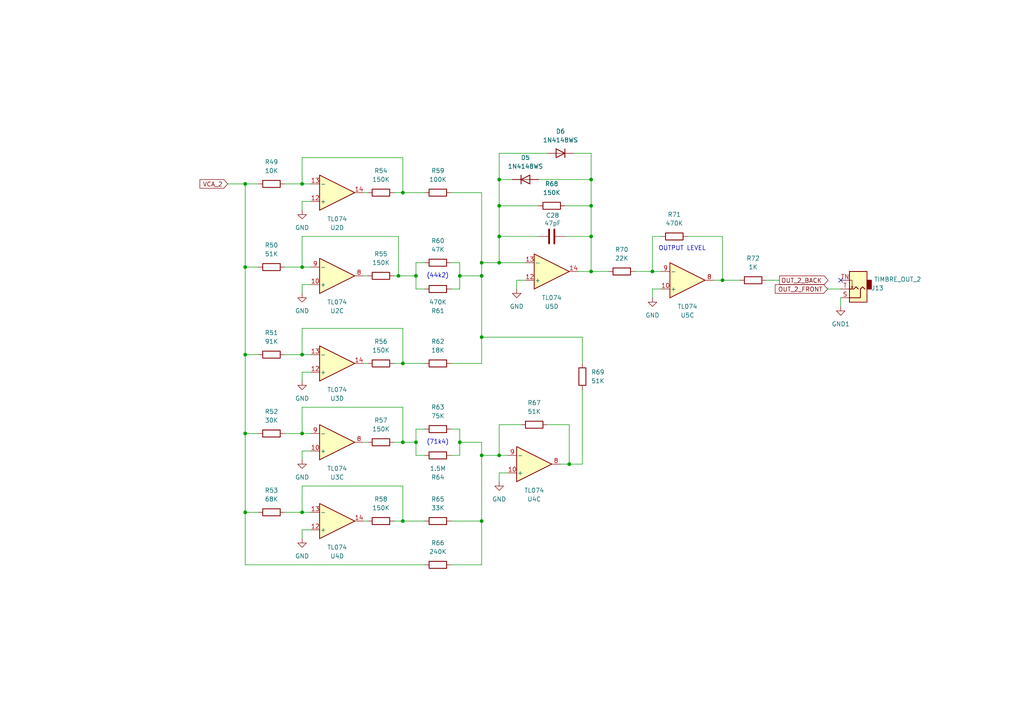
<source format=kicad_sch>
(kicad_sch (version 20250114) (generator "eeschema") (generator_version "9.0")
  (paper "A4")
  (title_block (title "Dual Timbre Wavefolder Section") (date "2025-06-08") (rev "1.1") (company "StudioKAT"))
  (lib_symbols
    (symbol "Amplifier_Operational:TL074" (pin_names (offset 0.127))
      (property "Reference" "U" (at 0 5.08 0))
      (property "Value" "TL074" (at 0 -5.08 0))
      (symbol "TL074_1_1"
        (polyline (pts (xy -5.08 5.08) (xy 5.08 0) (xy -5.08 -5.08) (xy -5.08 5.08)) (stroke (width 0.254)) (fill (type background)))
        (pin input line (at -7.62 2.54 0) (length 2.54) (name "+") (number "3"))
        (pin input line (at -7.62 -2.54 0) (length 2.54) (name "-") (number "2"))
        (pin output line (at 7.62 0 180) (length 2.54) (name "~") (number "1"))
      )
      (symbol "TL074_2_1"
        (polyline (pts (xy -5.08 5.08) (xy 5.08 0) (xy -5.08 -5.08) (xy -5.08 5.08)) (stroke (width 0.254)) (fill (type background)))
        (pin input line (at -7.62 2.54 0) (length 2.54) (name "+") (number "5"))
        (pin input line (at -7.62 -2.54 0) (length 2.54) (name "-") (number "6"))
        (pin output line (at 7.62 0 180) (length 2.54) (name "~") (number "7"))
      )
      (symbol "TL074_3_1"
        (polyline (pts (xy -5.08 5.08) (xy 5.08 0) (xy -5.08 -5.08) (xy -5.08 5.08)) (stroke (width 0.254)) (fill (type background)))
        (pin input line (at -7.62 2.54 0) (length 2.54) (name "+") (number "10"))
        (pin input line (at -7.62 -2.54 0) (length 2.54) (name "-") (number "9"))
        (pin output line (at 7.62 0 180) (length 2.54) (name "~") (number "8"))
      )
      (symbol "TL074_4_1"
        (polyline (pts (xy -5.08 5.08) (xy 5.08 0) (xy -5.08 -5.08) (xy -5.08 5.08)) (stroke (width 0.254)) (fill (type background)))
        (pin input line (at -7.62 2.54 0) (length 2.54) (name "+") (number "12"))
        (pin input line (at -7.62 -2.54 0) (length 2.54) (name "-") (number "13"))
        (pin output line (at 7.62 0 180) (length 2.54) (name "~") (number "14"))
      )
      (symbol "TL074_5_1"
        (pin power_in line (at -2.54 7.62 270) (length 3.81) (name "V+") (number "4"))
        (pin power_in line (at -2.54 -7.62 90) (length 3.81) (name "V-") (number "11"))
      )
    )
    (symbol "Connector_Audio:AudioJack2_SwitchT"
      (property "Reference" "J" (at 0 8.89 0))
      (property "Value" "AudioJack2_SwitchT" (at 0 6.35 0))
      (symbol "AudioJack2_SwitchT_0_1"
        (rectangle (start -2.54 0) (end -3.81 -2.54) (stroke (width 0.254)) (fill (type outline)))
        (polyline (pts (xy 0 0) (xy 0.635 -0.635) (xy 1.27 0) (xy 2.54 0)) (stroke (width 0.254)))
        (polyline (pts (xy 1.778 -0.254) (xy 2.032 -0.762)))
        (rectangle (start 2.54 3.81) (end -2.54 -5.08) (stroke (width 0.254)) (fill (type background)))
        (polyline (pts (xy 2.54 2.54) (xy -0.635 2.54) (xy -0.635 0) (xy -1.27 -0.635) (xy -1.905 0)) (stroke (width 0.254)))
        (polyline (pts (xy 2.54 -2.54) (xy 1.778 -2.54) (xy 1.778 -0.254) (xy 1.524 -0.762)))
      )
      (symbol "AudioJack2_SwitchT_1_1"
        (pin passive line (at 5.08 2.54 180) (length 2.54) (name "~") (number "S"))
        (pin passive line (at 5.08 0 180) (length 2.54) (name "~") (number "T"))
        (pin passive line (at 5.08 -2.54 180) (length 2.54) (name "~") (number "TN"))
      )
    )
    (symbol "Device:C" (pin_numbers (hide yes)) (pin_names (offset 0.254))
      (property "Reference" "C" (at 0.635 2.54 0))
      (property "Value" "C" (at 0.635 -2.54 0))
      (symbol "C_0_1"
        (polyline (pts (xy -2.032 0.762) (xy 2.032 0.762)) (stroke (width 0.508)))
        (polyline (pts (xy -2.032 -0.762) (xy 2.032 -0.762)) (stroke (width 0.508)))
      )
      (symbol "C_1_1"
        (pin passive line (at 0 3.81 270) (length 2.794) (name "~") (number "1"))
        (pin passive line (at 0 -3.81 90) (length 2.794) (name "~") (number "2"))
      )
    )
    (symbol "Device:R" (pin_numbers (hide yes)) (pin_names (offset 0))
      (property "Reference" "R" (at 2.032 0 90))
      (property "Value" "R" (at 0 0 90))
      (symbol "R_0_1"
        (rectangle (start -1.016 -2.54) (end 1.016 2.54) (stroke (width 0.254)))
      )
      (symbol "R_1_1"
        (pin passive line (at 0 3.81 270) (length 1.27) (name "~") (number "1"))
        (pin passive line (at 0 -3.81 90) (length 1.27) (name "~") (number "2"))
      )
    )
    (symbol "Diode:1N4148WS" (pin_numbers (hide yes)) (pin_names (hide yes))
      (property "Reference" "D" (at 0 2.54 0))
      (property "Value" "1N4148WS" (at 0 -2.54 0))
      (symbol "1N4148WS_0_1"
        (polyline (pts (xy -1.27 1.27) (xy -1.27 -1.27)) (stroke (width 0.254)))
        (polyline (pts (xy 1.27 1.27) (xy 1.27 -1.27) (xy -1.27 0) (xy 1.27 1.27)) (stroke (width 0.254)))
        (polyline (pts (xy 1.27 0) (xy -1.27 0)))
      )
      (symbol "1N4148WS_1_1"
        (pin passive line (at -3.81 0 0) (length 2.54) (name "K") (number "1"))
        (pin passive line (at 3.81 0 180) (length 2.54) (name "A") (number "2"))
      )
    )
    (symbol "power:GND" (power) (pin_numbers (hide yes)) (pin_names (offset 0) (hide yes))
      (property "Value" "GND" (at 0 -3.81 0))
      (symbol "GND_0_1"
        (polyline (pts (xy 0 0) (xy 0 -1.27) (xy 1.27 -1.27) (xy 0 -2.54) (xy -1.27 -1.27) (xy 0 -1.27)))
      )
      (symbol "GND_1_1"
        (pin power_in line (at 0 0 270) (length 0) (name "~") (number "1"))
      )
    )
    (symbol "power:GND1" (power) (pin_numbers (hide yes)) (pin_names (offset 0) (hide yes))
      (property "Value" "GND1" (at 0 -3.81 0))
      (symbol "GND1_0_1"
        (polyline (pts (xy 0 0) (xy 0 -1.27) (xy 1.27 -1.27) (xy 0 -2.54) (xy -1.27 -1.27) (xy 0 -1.27)))
      )
      (symbol "GND1_1_1"
        (pin power_in line (at 0 0 270) (length 0) (name "~") (number "1"))
      )
    )
  )
  (text "OUTPUT LEVEL" (at 197.866 72.136 0) (effects (font (size 1.27 1.27))))
  (text "(44k2)" (at 123.698 80.772 0) (effects (font (size 1.27 1.27)) (justify left bottom)))
  (text "(71k4)" (at 123.698 129.032 0) (effects (font (size 1.27 1.27)) (justify left bottom)))
  (junction (at 71.12 77.47))
  (junction (at 144.78 59.69))
  (junction (at 87.63 125.73))
  (junction (at 120.65 128.27))
  (junction (at 87.63 102.87))
  (junction (at 144.78 132.08))
  (junction (at 115.57 80.01))
  (junction (at 139.7 132.08))
  (junction (at 71.12 148.59))
  (junction (at 144.78 68.58))
  (junction (at 71.12 102.87))
  (junction (at 144.78 52.07))
  (junction (at 139.7 97.79))
  (junction (at 171.45 78.74))
  (junction (at 139.7 151.13))
  (junction (at 139.7 76.2))
  (junction (at 144.78 76.2))
  (junction (at 139.7 80.01))
  (junction (at 87.63 53.34))
  (junction (at 116.84 105.41))
  (junction (at 133.35 128.27))
  (junction (at 116.84 55.88))
  (junction (at 171.45 68.58))
  (junction (at 71.12 53.34))
  (junction (at 209.55 81.28))
  (junction (at 120.65 80.01))
  (junction (at 87.63 77.47))
  (junction (at 116.84 128.27))
  (junction (at 189.23 78.74))
  (junction (at 133.35 80.01))
  (junction (at 116.84 151.13))
  (junction (at 171.45 52.07))
  (junction (at 165.1 134.62))
  (junction (at 171.45 59.69))
  (junction (at 87.63 148.59))
  (junction (at 71.12 125.73))
  (no_connect (at 243.84 81.28))
  (wire (pts (xy 106.68 55.88) (xy 105.41 55.88)))
  (wire (pts (xy 156.21 59.69) (xy 144.78 59.69)))
  (wire (pts (xy 74.93 53.34) (xy 71.12 53.34)))
  (wire (pts (xy 87.63 102.87) (xy 87.63 95.25)))
  (wire (pts (xy 90.17 107.95) (xy 87.63 107.95)))
  (wire (pts (xy 209.55 81.28) (xy 214.63 81.28)))
  (wire (pts (xy 120.65 124.46) (xy 123.19 124.46)))
  (wire (pts (xy 82.55 148.59) (xy 87.63 148.59)))
  (wire (pts (xy 144.78 132.08) (xy 144.78 123.19)))
  (wire (pts (xy 74.93 77.47) (xy 71.12 77.47)))
  (wire (pts (xy 74.93 125.73) (xy 71.12 125.73)))
  (wire (pts (xy 171.45 78.74) (xy 176.53 78.74)))
  (wire (pts (xy 90.17 77.47) (xy 87.63 77.47)))
  (wire (pts (xy 158.75 123.19) (xy 165.1 123.19)))
  (wire (pts (xy 71.12 53.34) (xy 71.12 77.47)))
  (wire (pts (xy 163.83 59.69) (xy 171.45 59.69)))
  (wire (pts (xy 199.39 68.58) (xy 209.55 68.58)))
  (wire (pts (xy 133.35 132.08) (xy 130.81 132.08)))
  (wire (pts (xy 139.7 76.2) (xy 144.78 76.2)))
  (wire (pts (xy 156.21 52.07) (xy 171.45 52.07)))
  (wire (pts (xy 240.03 83.82) (xy 243.84 83.82)))
  (wire (pts (xy 74.93 102.87) (xy 71.12 102.87)))
  (wire (pts (xy 165.1 123.19) (xy 165.1 134.62)))
  (wire (pts (xy 87.63 58.42) (xy 87.63 60.96)))
  (wire (pts (xy 120.65 124.46) (xy 120.65 128.27)))
  (wire (pts (xy 114.3 80.01) (xy 115.57 80.01)))
  (wire (pts (xy 120.65 132.08) (xy 120.65 128.27)))
  (wire (pts (xy 114.3 128.27) (xy 116.84 128.27)))
  (wire (pts (xy 144.78 52.07) (xy 144.78 59.69)))
  (wire (pts (xy 87.63 95.25) (xy 116.84 95.25)))
  (wire (pts (xy 71.12 148.59) (xy 71.12 163.83)))
  (wire (pts (xy 116.84 128.27) (xy 116.84 118.11)))
  (wire (pts (xy 120.65 76.2) (xy 120.65 80.01)))
  (wire (pts (xy 114.3 151.13) (xy 116.84 151.13)))
  (wire (pts (xy 114.3 55.88) (xy 116.84 55.88)))
  (wire (pts (xy 133.35 128.27) (xy 139.7 128.27)))
  (wire (pts (xy 87.63 148.59) (xy 87.63 140.97)))
  (wire (pts (xy 158.75 44.45) (xy 144.78 44.45)))
  (wire (pts (xy 133.35 80.01) (xy 139.7 80.01)))
  (wire (pts (xy 144.78 68.58) (xy 144.78 76.2)))
  (wire (pts (xy 139.7 151.13) (xy 139.7 163.83)))
  (wire (pts (xy 105.41 128.27) (xy 106.68 128.27)))
  (wire (pts (xy 166.37 44.45) (xy 171.45 44.45)))
  (wire (pts (xy 106.68 80.01) (xy 105.41 80.01)))
  (wire (pts (xy 191.77 83.82) (xy 189.23 83.82)))
  (wire (pts (xy 120.65 132.08) (xy 123.19 132.08)))
  (wire (pts (xy 106.68 151.13) (xy 105.41 151.13)))
  (wire (pts (xy 106.68 105.41) (xy 105.41 105.41)))
  (wire (pts (xy 209.55 68.58) (xy 209.55 81.28)))
  (wire (pts (xy 87.63 125.73) (xy 87.63 118.11)))
  (wire (pts (xy 171.45 59.69) (xy 171.45 68.58)))
  (wire (pts (xy 71.12 125.73) (xy 71.12 148.59)))
  (wire (pts (xy 133.35 124.46) (xy 133.35 128.27)))
  (wire (pts (xy 133.35 76.2) (xy 130.81 76.2)))
  (wire (pts (xy 144.78 123.19) (xy 151.13 123.19)))
  (wire (pts (xy 189.23 83.82) (xy 189.23 86.36)))
  (wire (pts (xy 171.45 78.74) (xy 167.64 78.74)))
  (wire (pts (xy 82.55 77.47) (xy 87.63 77.47)))
  (wire (pts (xy 144.78 76.2) (xy 152.4 76.2)))
  (wire (pts (xy 87.63 82.55) (xy 87.63 85.09)))
  (wire (pts (xy 116.84 128.27) (xy 120.65 128.27)))
  (wire (pts (xy 87.63 68.58) (xy 115.57 68.58)))
  (wire (pts (xy 139.7 128.27) (xy 139.7 132.08)))
  (wire (pts (xy 115.57 68.58) (xy 115.57 80.01)))
  (wire (pts (xy 116.84 105.41) (xy 116.84 95.25)))
  (wire (pts (xy 90.17 102.87) (xy 87.63 102.87)))
  (wire (pts (xy 130.81 105.41) (xy 139.7 105.41)))
  (wire (pts (xy 163.83 68.58) (xy 171.45 68.58)))
  (wire (pts (xy 114.3 105.41) (xy 116.84 105.41)))
  (wire (pts (xy 222.25 81.28) (xy 226.06 81.28)))
  (wire (pts (xy 87.63 140.97) (xy 116.84 140.97)))
  (wire (pts (xy 116.84 55.88) (xy 123.19 55.88)))
  (wire (pts (xy 115.57 80.01) (xy 120.65 80.01)))
  (wire (pts (xy 90.17 58.42) (xy 87.63 58.42)))
  (wire (pts (xy 87.63 68.58) (xy 87.63 77.47)))
  (wire (pts (xy 243.84 88.9) (xy 243.84 86.36)))
  (wire (pts (xy 87.63 45.72) (xy 116.84 45.72)))
  (wire (pts (xy 82.55 102.87) (xy 87.63 102.87)))
  (wire (pts (xy 87.63 153.67) (xy 87.63 156.21)))
  (wire (pts (xy 171.45 68.58) (xy 171.45 78.74)))
  (wire (pts (xy 144.78 44.45) (xy 144.78 52.07)))
  (wire (pts (xy 207.01 81.28) (xy 209.55 81.28)))
  (wire (pts (xy 133.35 132.08) (xy 133.35 128.27)))
  (wire (pts (xy 71.12 148.59) (xy 74.93 148.59)))
  (wire (pts (xy 168.91 134.62) (xy 165.1 134.62)))
  (wire (pts (xy 148.59 52.07) (xy 144.78 52.07)))
  (wire (pts (xy 130.81 151.13) (xy 139.7 151.13)))
  (wire (pts (xy 152.4 81.28) (xy 149.86 81.28)))
  (wire (pts (xy 116.84 151.13) (xy 123.19 151.13)))
  (wire (pts (xy 189.23 68.58) (xy 189.23 78.74)))
  (wire (pts (xy 149.86 81.28) (xy 149.86 83.82)))
  (wire (pts (xy 87.63 53.34) (xy 87.63 45.72)))
  (wire (pts (xy 87.63 107.95) (xy 87.63 110.49)))
  (wire (pts (xy 120.65 76.2) (xy 123.19 76.2)))
  (wire (pts (xy 87.63 125.73) (xy 90.17 125.73)))
  (wire (pts (xy 168.91 113.03) (xy 168.91 134.62)))
  (wire (pts (xy 133.35 76.2) (xy 133.35 80.01)))
  (wire (pts (xy 139.7 105.41) (xy 139.7 97.79)))
  (wire (pts (xy 90.17 82.55) (xy 87.63 82.55)))
  (wire (pts (xy 116.84 105.41) (xy 123.19 105.41)))
  (wire (pts (xy 139.7 163.83) (xy 130.81 163.83)))
  (wire (pts (xy 139.7 80.01) (xy 139.7 97.79)))
  (wire (pts (xy 144.78 132.08) (xy 139.7 132.08)))
  (wire (pts (xy 144.78 137.16) (xy 147.32 137.16)))
  (wire (pts (xy 116.84 55.88) (xy 116.84 45.72)))
  (wire (pts (xy 120.65 83.82) (xy 120.65 80.01)))
  (wire (pts (xy 123.19 163.83) (xy 71.12 163.83)))
  (wire (pts (xy 191.77 68.58) (xy 189.23 68.58)))
  (wire (pts (xy 189.23 78.74) (xy 191.77 78.74)))
  (wire (pts (xy 87.63 118.11) (xy 116.84 118.11)))
  (wire (pts (xy 165.1 134.62) (xy 162.56 134.62)))
  (wire (pts (xy 90.17 53.34) (xy 87.63 53.34)))
  (wire (pts (xy 144.78 137.16) (xy 144.78 139.7)))
  (wire (pts (xy 139.7 132.08) (xy 139.7 151.13)))
  (wire (pts (xy 90.17 130.81) (xy 87.63 130.81)))
  (wire (pts (xy 90.17 153.67) (xy 87.63 153.67)))
  (wire (pts (xy 144.78 59.69) (xy 144.78 68.58)))
  (wire (pts (xy 168.91 105.41) (xy 168.91 97.79)))
  (wire (pts (xy 171.45 44.45) (xy 171.45 52.07)))
  (wire (pts (xy 168.91 97.79) (xy 139.7 97.79)))
  (wire (pts (xy 133.35 83.82) (xy 133.35 80.01)))
  (wire (pts (xy 171.45 52.07) (xy 171.45 59.69)))
  (wire (pts (xy 82.55 53.34) (xy 87.63 53.34)))
  (wire (pts (xy 184.15 78.74) (xy 189.23 78.74)))
  (wire (pts (xy 66.04 53.34) (xy 71.12 53.34)))
  (wire (pts (xy 87.63 130.81) (xy 87.63 133.35)))
  (wire (pts (xy 71.12 102.87) (xy 71.12 125.73)))
  (wire (pts (xy 87.63 148.59) (xy 90.17 148.59)))
  (wire (pts (xy 116.84 151.13) (xy 116.84 140.97)))
  (wire (pts (xy 139.7 80.01) (xy 139.7 76.2)))
  (wire (pts (xy 71.12 77.47) (xy 71.12 102.87)))
  (wire (pts (xy 130.81 124.46) (xy 133.35 124.46)))
  (wire (pts (xy 130.81 83.82) (xy 133.35 83.82)))
  (wire (pts (xy 120.65 83.82) (xy 123.19 83.82)))
  (wire (pts (xy 139.7 55.88) (xy 139.7 76.2)))
  (wire (pts (xy 82.55 125.73) (xy 87.63 125.73)))
  (wire (pts (xy 130.81 55.88) (xy 139.7 55.88)))
  (wire (pts (xy 147.32 132.08) (xy 144.78 132.08)))
  (wire (pts (xy 156.21 68.58) (xy 144.78 68.58)))
  (global_label "OUT_2_FRONT" (shape input) (at 240.03 83.82 180) (property "Intersheetrefs" "${INTERSHEET_REFS}" (effects (hide yes))))
  (global_label "OUT_2_BACK" (shape output) (at 226.06 81.28 0) (property "Intersheetrefs" "${INTERSHEET_REFS}" (effects (hide yes))))
  (global_label "VCA_2" (shape input) (at 66.04 53.34 180) (property "Intersheetrefs" "${INTERSHEET_REFS}" (effects (hide yes))))
  (symbol (lib_id "Device:R") (at 127 132.08 90) (mirror x) (unit 1)
    (property "Reference" "R64" (at 127 138.43 90))
    (property "Value" "1.5M" (at 127 135.89 90))
    (property "Footprint" "Resistor_SMD:R_0603_1608Metric" (effects (hide yes)))
    (property "Description" "Resistor" (effects (hide yes)))
    (property "LCSC" "C4172" (effects (hide yes)))
  )
  (symbol (lib_id "Device:R") (at 127 105.41 90) (unit 1)
    (property "Reference" "R62" (at 127 99.06 90))
    (property "Value" "18K" (at 127 101.6 90))
    (property "Footprint" "Resistor_SMD:R_0402_1005Metric" (effects (hide yes)))
    (property "Description" "Resistor" (effects (hide yes)))
    (property "LCSC" "C25762" (effects (hide yes)))
  )
  (symbol (lib_id "Device:R") (at 168.91 109.22 180) (unit 1)
    (property "Reference" "R69" (at 171.45 107.9499 0) (effects (justify right)))
    (property "Value" "51K" (at 171.45 110.4899 0) (effects (justify right)))
    (property "Footprint" "Resistor_SMD:R_0402_1005Metric" (effects (hide yes)))
    (property "Description" "Resistor" (effects (hide yes)))
    (property "LCSC" "C25794" (effects (hide yes)))
  )
  (symbol (lib_id "power:GND") (at 189.23 86.36 0) (unit 1)
    (property "Reference" "#PWR058" (effects (hide yes)))
    (property "Value" "GND" (at 189.23 91.44 0))
  )
  (symbol (lib_id "Device:R") (at 110.49 128.27 90) (unit 1)
    (property "Reference" "R57" (at 110.49 121.92 90))
    (property "Value" "150K" (at 110.49 124.46 90))
    (property "Footprint" "Resistor_SMD:R_0402_1005Metric" (effects (hide yes)))
    (property "Description" "Resistor" (effects (hide yes)))
    (property "LCSC" "C25755" (effects (hide yes)))
  )
  (symbol (lib_id "power:GND") (at 87.63 110.49 0) (unit 1)
    (property "Reference" "#PWR053" (effects (hide yes)))
    (property "Value" "GND" (at 87.63 115.57 0))
    (property "Description" "Power symbol creates a global label with name \"GND\" , ground" (effects (hide yes)))
  )
  (symbol (lib_id "power:GND") (at 87.63 156.21 0) (unit 1)
    (property "Reference" "#PWR055" (effects (hide yes)))
    (property "Value" "GND" (at 87.63 161.29 0))
    (property "Description" "Power symbol creates a global label with name \"GND\" , ground" (effects (hide yes)))
  )
  (symbol (lib_id "power:GND1") (at 243.84 88.9 0) (unit 1)
    (property "Reference" "#PWR059" (effects (hide yes)))
    (property "Value" "GND1" (at 243.84 93.98 0))
    (property "Description" "Power symbol creates a global label with name \"GND1\" , ground" (effects (hide yes)))
  )
  (symbol (lib_id "Device:R") (at 78.74 53.34 90) (unit 1)
    (property "Reference" "R49" (at 78.74 46.99 90))
    (property "Value" "10K" (at 78.74 49.53 90))
    (property "Footprint" "Resistor_SMD:R_0402_1005Metric" (effects (hide yes)))
    (property "Description" "Resistor" (effects (hide yes)))
    (property "LCSC" "C25744" (effects (hide yes)))
  )
  (symbol (lib_id "Device:R") (at 154.94 123.19 90) (unit 1)
    (property "Reference" "R67" (at 154.94 116.84 90))
    (property "Value" "51K" (at 154.94 119.38 90))
    (property "Footprint" "Resistor_SMD:R_0402_1005Metric" (effects (hide yes)))
    (property "Description" "Resistor" (effects (hide yes)))
    (property "LCSC" "C25794" (effects (hide yes)))
  )
  (symbol (lib_id "Amplifier_Operational:TL074") (at 97.79 55.88 0) (mirror x) (unit 4)
    (property "Reference" "U2" (at 97.79 66.04 0))
    (property "Value" "TL074" (at 97.79 63.5 0))
    (property "Footprint" "Package_SO:SOIC-14_3.9x8.7mm_P1.27mm" (effects (hide yes)))
    (property "Datasheet" "http://www.ti.com/lit/ds/symlink/tl071.pdf" (effects (hide yes)))
    (property "Description" "Quad Low-Noise JFET-Input Operational Amplifiers, DIP-14/SOIC-14" (effects (hide yes)))
    (property "LCSC" "C6963" (effects (hide yes)))
  )
  (symbol (lib_id "Amplifier_Operational:TL074") (at 97.79 105.41 0) (mirror x) (unit 4)
    (property "Reference" "U3" (at 97.79 115.57 0))
    (property "Value" "TL074" (at 97.79 113.03 0))
    (property "Footprint" "Package_SO:SOIC-14_3.9x8.7mm_P1.27mm" (effects (hide yes)))
    (property "Datasheet" "http://www.ti.com/lit/ds/symlink/tl071.pdf" (effects (hide yes)))
    (property "Description" "Quad Low-Noise JFET-Input Operational Amplifiers, DIP-14/SOIC-14" (effects (hide yes)))
    (property "LCSC" "C6963" (effects (hide yes)))
  )
  (symbol (lib_id "Amplifier_Operational:TL074") (at 97.79 80.01 0) (mirror x) (unit 3)
    (property "Reference" "U2" (at 97.79 90.17 0))
    (property "Value" "TL074" (at 97.79 87.63 0))
    (property "Footprint" "Package_SO:SOIC-14_3.9x8.7mm_P1.27mm" (effects (hide yes)))
    (property "Datasheet" "http://www.ti.com/lit/ds/symlink/tl071.pdf" (effects (hide yes)))
    (property "Description" "Quad Low-Noise JFET-Input Operational Amplifiers, DIP-14/SOIC-14" (effects (hide yes)))
    (property "LCSC" "C6963" (effects (hide yes)))
  )
  (symbol (lib_id "Device:R") (at 160.02 59.69 90) (unit 1)
    (property "Reference" "R68" (at 160.02 53.34 90))
    (property "Value" "150K" (at 160.02 55.88 90))
    (property "Footprint" "Resistor_SMD:R_0402_1005Metric" (effects (hide yes)))
    (property "Description" "Resistor" (effects (hide yes)))
    (property "LCSC" "C25755" (effects (hide yes)))
  )
  (symbol (lib_id "Device:R") (at 127 76.2 90) (unit 1)
    (property "Reference" "R60" (at 127 69.85 90))
    (property "Value" "47K" (at 127 72.39 90))
    (property "Footprint" "Resistor_SMD:R_0402_1005Metric" (effects (hide yes)))
    (property "Description" "Resistor" (effects (hide yes)))
    (property "LCSC" "C25792" (effects (hide yes)))
  )
  (symbol (lib_id "Device:R") (at 110.49 105.41 90) (unit 1)
    (property "Reference" "R56" (at 110.49 99.06 90))
    (property "Value" "150K" (at 110.49 101.6 90))
    (property "Footprint" "Resistor_SMD:R_0402_1005Metric" (effects (hide yes)))
    (property "Description" "Resistor" (effects (hide yes)))
    (property "LCSC" "C25755" (effects (hide yes)))
  )
  (symbol (lib_id "power:GND") (at 149.86 83.82 0) (unit 1)
    (property "Reference" "#PWR057" (effects (hide yes)))
    (property "Value" "GND" (at 149.86 88.9 0))
    (property "Description" "Power symbol creates a global label with name \"GND\" , ground" (effects (hide yes)))
  )
  (symbol (lib_id "Amplifier_Operational:TL074") (at 97.79 128.27 0) (mirror x) (unit 3)
    (property "Reference" "U3" (at 97.79 138.43 0))
    (property "Value" "TL074" (at 97.79 135.89 0))
    (property "Footprint" "Package_SO:SOIC-14_3.9x8.7mm_P1.27mm" (effects (hide yes)))
    (property "Datasheet" "http://www.ti.com/lit/ds/symlink/tl071.pdf" (effects (hide yes)))
    (property "Description" "Quad Low-Noise JFET-Input Operational Amplifiers, DIP-14/SOIC-14" (effects (hide yes)))
    (property "LCSC" "C6963" (effects (hide yes)))
  )
  (symbol (lib_id "Device:R") (at 127 151.13 90) (unit 1)
    (property "Reference" "R65" (at 127 144.78 90))
    (property "Value" "33K" (at 127 147.32 90))
    (property "Footprint" "Resistor_SMD:R_0402_1005Metric" (effects (hide yes)))
    (property "Description" "Resistor" (effects (hide yes)))
    (property "LCSC" "C25779" (effects (hide yes)))
  )
  (symbol (lib_id "power:GND") (at 87.63 60.96 0) (unit 1)
    (property "Reference" "#PWR051" (effects (hide yes)))
    (property "Value" "GND" (at 87.63 66.04 0))
    (property "Description" "Power symbol creates a global label with name \"GND\" , ground" (effects (hide yes)))
  )
  (symbol (lib_id "Amplifier_Operational:TL074") (at 97.79 151.13 0) (mirror x) (unit 4)
    (property "Reference" "U4" (at 97.79 161.29 0))
    (property "Value" "TL074" (at 97.79 158.75 0))
    (property "Footprint" "Package_SO:SOIC-14_3.9x8.7mm_P1.27mm" (effects (hide yes)))
    (property "Datasheet" "http://www.ti.com/lit/ds/symlink/tl071.pdf" (effects (hide yes)))
    (property "Description" "Quad Low-Noise JFET-Input Operational Amplifiers, DIP-14/SOIC-14" (effects (hide yes)))
    (property "LCSC" "C6963" (effects (hide yes)))
  )
  (symbol (lib_id "Device:R") (at 78.74 125.73 90) (unit 1)
    (property "Reference" "R52" (at 78.74 119.38 90))
    (property "Value" "30K" (at 78.74 121.92 90))
    (property "Footprint" "Resistor_SMD:R_0603_1608Metric" (effects (hide yes)))
    (property "Description" "Resistor" (effects (hide yes)))
    (property "LCSC" "C22984" (effects (hide yes)))
  )
  (symbol (lib_id "Device:R") (at 127 124.46 90) (unit 1)
    (property "Reference" "R63" (at 127 118.11 90))
    (property "Value" "75K" (at 127 120.65 90))
    (property "Footprint" "Resistor_SMD:R_0402_1005Metric" (effects (hide yes)))
    (property "Description" "Resistor" (effects (hide yes)))
    (property "LCSC" "C25798" (effects (hide yes)))
  )
  (symbol (lib_id "Diode:1N4148WS") (at 162.56 44.45 0) (mirror y) (unit 1)
    (property "Reference" "D6" (at 162.56 38.1 0))
    (property "Value" "1N4148WS" (at 162.56 40.64 0))
    (property "Footprint" "Diode_SMD:D_SOD-323" (effects (hide yes)))
    (property "Datasheet" "https://www.vishay.com/docs/85751/1n4148ws.pdf" (effects (hide yes)))
    (property "Description" "75V 0.15A Fast switching Diode, SOD-323" (effects (hide yes)))
    (property "Sim.Device" "D" (effects (hide yes)))
    (property "Sim.Pins" "1=K 2=A" (effects (hide yes)))
    (property "LCSC" "C2128" (effects (hide yes)))
  )
  (symbol (lib_id "Connector_Audio:AudioJack2_SwitchT") (at 248.92 83.82 180) (unit 1)
    (property "Reference" "J13" (at 254.508 83.566 0))
    (property "Value" "TIMBRE_OUT_2" (at 260.35 81.026 0))
    (property "Footprint" "kat_eurorack:AudioJack_PJ301M-12" (effects (hide yes)))
    (property "Description" "Audio Jack, 2 Poles (Mono / TS), Switched T Pole (Normalling)" (effects (hide yes)))
  )
  (symbol (lib_id "Device:R") (at 195.58 68.58 90) (unit 1)
    (property "Reference" "R71" (at 195.58 62.23 90))
    (property "Value" "470K" (at 195.58 64.77 90))
    (property "Footprint" "Resistor_SMD:R_0603_1608Metric_Pad0.98x0.95mm_HandSolder" (effects (hide yes)))
    (property "Description" "Resistor" (effects (hide yes)))
    (property "LCSC" "C23178" (effects (hide yes)))
  )
  (symbol (lib_id "Device:R") (at 78.74 102.87 90) (unit 1)
    (property "Reference" "R51" (at 78.74 96.52 90))
    (property "Value" "91K" (at 78.74 99.06 90))
    (property "Footprint" "Resistor_SMD:R_0603_1608Metric" (effects (hide yes)))
    (property "Description" "Resistor" (effects (hide yes)))
    (property "LCSC" "C23265" (effects (hide yes)))
  )
  (symbol (lib_id "Device:R") (at 127 55.88 90) (unit 1)
    (property "Reference" "R59" (at 127 49.53 90))
    (property "Value" "100K" (at 127 52.07 90))
    (property "Footprint" "Resistor_SMD:R_0402_1005Metric" (effects (hide yes)))
    (property "Description" "Resistor" (effects (hide yes)))
    (property "LCSC" "C25741" (effects (hide yes)))
  )
  (symbol (lib_id "Amplifier_Operational:TL074") (at 154.94 134.62 0) (mirror x) (unit 3)
    (property "Reference" "U4" (at 154.94 144.78 0))
    (property "Value" "TL074" (at 154.94 142.24 0))
    (property "Footprint" "Package_SO:SOIC-14_3.9x8.7mm_P1.27mm" (effects (hide yes)))
    (property "Datasheet" "http://www.ti.com/lit/ds/symlink/tl071.pdf" (effects (hide yes)))
    (property "Description" "Quad Low-Noise JFET-Input Operational Amplifiers, DIP-14/SOIC-14" (effects (hide yes)))
    (property "LCSC" "C6963" (effects (hide yes)))
  )
  (symbol (lib_id "Device:R") (at 110.49 55.88 90) (unit 1)
    (property "Reference" "R54" (at 110.49 49.53 90))
    (property "Value" "150K" (at 110.49 52.07 90))
    (property "Footprint" "Resistor_SMD:R_0402_1005Metric" (effects (hide yes)))
    (property "Description" "Resistor" (effects (hide yes)))
    (property "LCSC" "C25755" (effects (hide yes)))
  )
  (symbol (lib_id "Diode:1N4148WS") (at 152.4 52.07 0) (unit 1)
    (property "Reference" "D5" (at 152.4 45.72 0))
    (property "Value" "1N4148WS" (at 152.4 48.26 0))
    (property "Footprint" "Diode_SMD:D_SOD-323" (effects (hide yes)))
    (property "Datasheet" "https://www.vishay.com/docs/85751/1n4148ws.pdf" (effects (hide yes)))
    (property "Description" "75V 0.15A Fast switching Diode, SOD-323" (effects (hide yes)))
    (property "Sim.Device" "D" (effects (hide yes)))
    (property "Sim.Pins" "1=K 2=A" (effects (hide yes)))
    (property "LCSC" "C2128" (effects (hide yes)))
  )
  (symbol (lib_id "Device:R") (at 127 83.82 90) (mirror x) (unit 1)
    (property "Reference" "R61" (at 127 90.17 90))
    (property "Value" "470K" (at 127 87.63 90))
    (property "Footprint" "Resistor_SMD:R_0402_1005Metric" (effects (hide yes)))
    (property "Description" "Resistor" (effects (hide yes)))
    (property "LCSC" "C25790" (effects (hide yes)))
  )
  (symbol (lib_id "Device:R") (at 110.49 80.01 90) (unit 1)
    (property "Reference" "R55" (at 110.49 73.66 90))
    (property "Value" "150K" (at 110.49 76.2 90))
    (property "Footprint" "Resistor_SMD:R_0402_1005Metric" (effects (hide yes)))
    (property "Description" "Resistor" (effects (hide yes)))
    (property "LCSC" "C25755" (effects (hide yes)))
  )
  (symbol (lib_id "power:GND") (at 144.78 139.7 0) (unit 1)
    (property "Reference" "#PWR056" (effects (hide yes)))
    (property "Value" "GND" (at 144.78 144.78 0))
    (property "Description" "Power symbol creates a global label with name \"GND\" , ground" (effects (hide yes)))
  )
  (symbol (lib_id "Device:R") (at 127 163.83 90) (unit 1)
    (property "Reference" "R66" (at 127 157.48 90))
    (property "Value" "240K" (at 127 160.02 90))
    (property "Footprint" "Resistor_SMD:R_0603_1608Metric" (effects (hide yes)))
    (property "Description" "Resistor" (effects (hide yes)))
    (property "LCSC" "C4197" (effects (hide yes)))
  )
  (symbol (lib_id "Amplifier_Operational:TL074") (at 199.39 81.28 0) (mirror x) (unit 3)
    (property "Reference" "U5" (at 199.39 91.44 0))
    (property "Value" "TL074" (at 199.39 88.9 0))
    (property "Footprint" "Package_SO:SOIC-14_3.9x8.7mm_P1.27mm" (effects (hide yes)))
    (property "Datasheet" "http://www.ti.com/lit/ds/symlink/tl071.pdf" (effects (hide yes)))
    (property "Description" "Quad Low-Noise JFET-Input Operational Amplifiers, DIP-14/SOIC-14" (effects (hide yes)))
    (property "LCSC" "C6963" (effects (hide yes)))
  )
  (symbol (lib_id "power:GND") (at 87.63 85.09 0) (unit 1)
    (property "Reference" "#PWR052" (effects (hide yes)))
    (property "Value" "GND" (at 87.63 90.17 0))
    (property "Description" "Power symbol creates a global label with name \"GND\" , ground" (effects (hide yes)))
  )
  (symbol (lib_id "Device:R") (at 180.34 78.74 90) (unit 1)
    (property "Reference" "R70" (at 180.34 72.39 90))
    (property "Value" "22K" (at 180.34 74.93 90))
    (property "Footprint" "Resistor_SMD:R_0603_1608Metric_Pad0.98x0.95mm_HandSolder" (effects (hide yes)))
    (property "Description" "Resistor" (effects (hide yes)))
    (property "LCSC" "C31850" (effects (hide yes)))
  )
  (symbol (lib_id "power:GND") (at 87.63 133.35 0) (unit 1)
    (property "Reference" "#PWR054" (effects (hide yes)))
    (property "Value" "GND" (at 87.63 138.43 0))
    (property "Description" "Power symbol creates a global label with name \"GND\" , ground" (effects (hide yes)))
  )
  (symbol (lib_id "Device:R") (at 78.74 77.47 90) (unit 1)
    (property "Reference" "R50" (at 78.74 71.12 90))
    (property "Value" "51K" (at 78.74 73.66 90))
    (property "Footprint" "Resistor_SMD:R_0402_1005Metric" (effects (hide yes)))
    (property "Description" "Resistor" (effects (hide yes)))
    (property "LCSC" "C25794" (effects (hide yes)))
  )
  (symbol (lib_id "Device:R") (at 78.74 148.59 90) (unit 1)
    (property "Reference" "R53" (at 78.74 142.24 90))
    (property "Value" "68K" (at 78.74 144.78 90))
    (property "Footprint" "Resistor_SMD:R_0402_1005Metric" (effects (hide yes)))
    (property "Description" "Resistor" (effects (hide yes)))
    (property "LCSC" "C36871" (effects (hide yes)))
  )
  (symbol (lib_id "Device:R") (at 218.44 81.28 90) (unit 1)
    (property "Reference" "R72" (at 218.44 74.93 90))
    (property "Value" "1K" (at 218.44 77.47 90))
    (property "Footprint" "Resistor_SMD:R_0402_1005Metric" (effects (hide yes)))
    (property "Description" "Resistor" (effects (hide yes)))
    (property "LCSC" "C11702" (effects (hide yes)))
  )
  (symbol (lib_id "Amplifier_Operational:TL074") (at 160.02 78.74 0) (mirror x) (unit 4)
    (property "Reference" "U5" (at 160.02 88.9 0))
    (property "Value" "TL074" (at 160.02 86.36 0))
    (property "Footprint" "Package_SO:SOIC-14_3.9x8.7mm_P1.27mm" (effects (hide yes)))
    (property "Datasheet" "http://www.ti.com/lit/ds/symlink/tl071.pdf" (effects (hide yes)))
    (property "Description" "Quad Low-Noise JFET-Input Operational Amplifiers, DIP-14/SOIC-14" (effects (hide yes)))
    (property "LCSC" "C6963" (effects (hide yes)))
  )
  (symbol (lib_id "Device:R") (at 110.49 151.13 90) (unit 1)
    (property "Reference" "R58" (at 110.49 144.78 90))
    (property "Value" "150K" (at 110.49 147.32 90))
    (property "Footprint" "Resistor_SMD:R_0402_1005Metric" (effects (hide yes)))
    (property "Description" "Resistor" (effects (hide yes)))
    (property "LCSC" "C25755" (effects (hide yes)))
  )
  (symbol (lib_id "Device:C") (at 160.02 68.58 90) (unit 1)
    (property "Reference" "C28" (at 160.274 62.484 90))
    (property "Value" "47pF" (at 160.274 64.77 90))
    (property "Footprint" "Capacitor_SMD:C_0402_1005Metric" (effects (hide yes)))
    (property "LCSC" "C1567" (effects (hide yes)))
  )
)
</source>
